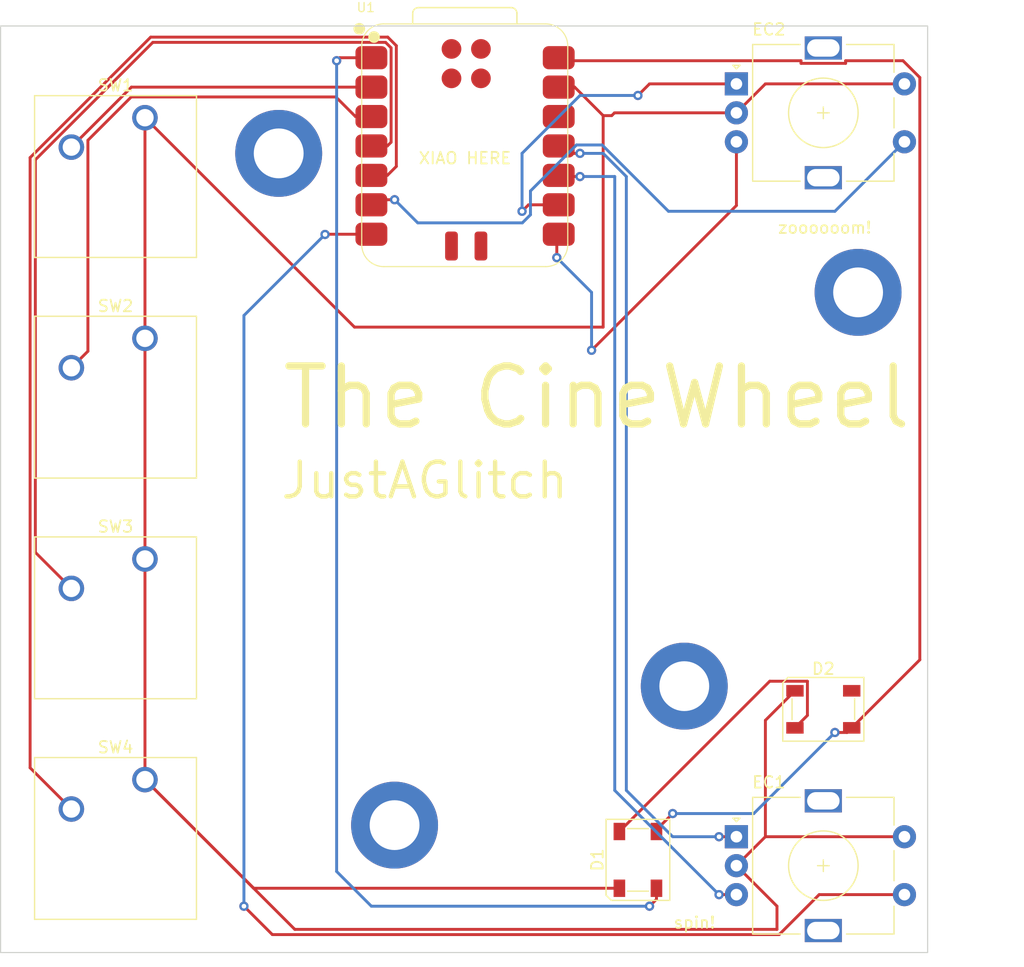
<source format=kicad_pcb>
(kicad_pcb (version 20241229) (generator "pcbnew") (generator_version "9.0")
  (layers (0 "F.Cu" signal) (2 "B.Cu" signal) (13 "F.Paste" user) (15 "B.Paste" user) (5 "F.SilkS" user "F.Silkscreen") (7 "B.SilkS" user "B.Silkscreen") (1 "F.Mask" user) (3 "B.Mask" user) (25 "Edge.Cuts" user))
  (net 0 "")
  (net 1 "GND")
  (net 2 "+5V")
  (net 3 "Net-(D1-DIN)")
  (net 4 "Net-(D1-DOUT)")
  (net 6 "Net-(U1-GPIO4{slash}MISO)")
  (net 7 "Net-(U1-GPIO0{slash}TX)")
  (net 8 "Net-(U1-GPIO3{slash}MOSI)")
  (net 9 "Net-(U1-GPIO2{slash}SCK)")
  (net 10 "Net-(U1-GPIO1{slash}RX)")
  (net 11 "Net-(U1-GPIO7{slash}SCL)")
  (net 12 "Net-(U1-GPIO6{slash}SDA)")
  (net 13 "Net-(U1-GPIO29{slash}ADC3{slash}A3)")
  (net 14 "Net-(U1-GPIO28{slash}ADC2{slash}A2)")
  (net 15 "Net-(U1-GPIO27{slash}ADC1{slash}A1)")
  (footprint "OPL:XIAO-RP2040-SMD" (layer "F.Cu") (at 80 90.36)
    (property "Reference" "U1" (at -9.335 -11.5 0) (layer "F.SilkS") (effects (font (size 0.78232 0.78232) (thickness 0.10668)) (justify left bottom)))
    (property "Value" "XIAO-RP2040-DIP")
    (fp_line (start -8.835 8.513) (end -8.835 -8.632) (stroke (width 0.1)) (layer "F.SilkS"))
    (fp_line (start -6.93 10.418) (end 7.04 10.418) (stroke (width 0.1)) (layer "F.SilkS"))
    (fp_line (start -4.44 -10.537) (end -4.436272 -11.447272) (stroke (width 0.127)) (layer "F.SilkS"))
    (fp_line (start -3.936272 -11.947) (end 4.059 -11.947) (stroke (width 0.127)) (layer "F.SilkS"))
    (fp_line (start 4.559 -11.447) (end 4.559 -10.537) (stroke (width 0.127)) (layer "F.SilkS"))
    (fp_line (start 7.04 -10.537) (end -6.93 -10.537) (stroke (width 0.1)) (layer "F.SilkS"))
    (fp_line (start 8.945 8.513) (end 8.945 -8.632) (stroke (width 0.1)) (layer "F.SilkS"))
    (fp_arc (start -8.835 -8.636) (mid -8.277038 -9.983038) (end -6.93 -10.541) (stroke (width 0.1)) (layer "F.SilkS"))
    (fp_arc (start -6.93 10.418) (mid -8.277038 9.860038) (end -8.835 8.513) (stroke (width 0.1)) (layer "F.SilkS"))
    (fp_arc (start -4.436272 -11.447272) (mid -4.289724 -11.800644) (end -3.936272 -11.947) (stroke (width 0.127)) (layer "F.SilkS"))
    (fp_arc (start 4.059 -11.947) (mid 4.412553 -11.800553) (end 4.559 -11.447) (stroke (width 0.127)) (layer "F.SilkS"))
    (fp_arc (start 7.04 -10.537) (mid 8.387038 -9.979038) (end 8.945 -8.632) (stroke (width 0.1)) (layer "F.SilkS"))
    (fp_arc (start 8.945 8.513) (mid 8.387038 9.860038) (end 7.04 10.418) (stroke (width 0.1)) (layer "F.SilkS"))
    (fp_circle (center -9.045 -10.121) (end -9.045 -10.375) (stroke (width 0.5)) (fill yes) (layer "F.SilkS"))
    (fp_circle (center -7.771 -9.404) (end -7.771 -9.658) (stroke (width 0.5)) (fill yes) (layer "F.SilkS"))
    (pad "1" smd roundrect (at -8 -7.62) (size 2.75 2) (layers "F.Cu" "F.Mask" "F.Paste") (net 3 "Net-(D1-DIN)"))
    (pad "2" smd roundrect (at -8 -5.08) (size 2.75 2) (layers "F.Cu" "F.Mask" "F.Paste") (net 15 "Net-(U1-GPIO27{slash}ADC1{slash}A1)"))
    (pad "3" smd roundrect (at -8 -2.54) (size 2.75 2) (layers "F.Cu" "F.Mask" "F.Paste") (net 14 "Net-(U1-GPIO28{slash}ADC2{slash}A2)"))
    (pad "4" smd roundrect (at -8 0) (size 2.75 2) (layers "F.Cu" "F.Mask" "F.Paste") (net 13 "Net-(U1-GPIO29{slash}ADC3{slash}A3)"))
    (pad "5" smd roundrect (at -8 2.54) (size 2.75 2) (layers "F.Cu" "F.Mask" "F.Paste") (net 12 "Net-(U1-GPIO6{slash}SDA)"))
    (pad "6" smd roundrect (at -8 5.08) (size 2.75 2) (layers "F.Cu" "F.Mask" "F.Paste") (net 11 "Net-(U1-GPIO7{slash}SCL)"))
    (pad "7" smd roundrect (at -8 7.62) (size 2.75 2) (layers "F.Cu" "F.Mask" "F.Paste") (net 7 "Net-(U1-GPIO0{slash}TX)"))
    (pad "8" smd roundrect (at 8.165 7.62) (size 2.75 2) (layers "F.Cu" "F.Mask" "F.Paste") (net 10 "Net-(U1-GPIO1{slash}RX)"))
    (pad "9" smd roundrect (at 8.165 5.08) (size 2.75 2) (layers "F.Cu" "F.Mask" "F.Paste") (net 9 "Net-(U1-GPIO2{slash}SCK)"))
    (pad "10" smd roundrect (at 8.165 2.54) (size 2.75 2) (layers "F.Cu" "F.Mask" "F.Paste") (net 6 "Net-(U1-GPIO4{slash}MISO)"))
    (pad "11" smd roundrect (at 8.165 0) (size 2.75 2) (layers "F.Cu" "F.Mask" "F.Paste") (net 8 "Net-(U1-GPIO3{slash}MOSI)"))
    (pad "12" smd roundrect (at 8.165 -2.54) (size 2.75 2) (layers "F.Cu" "F.Mask" "F.Paste"))
    (pad "13" smd roundrect (at 8.165 -5.08) (size 2.75 2) (layers "F.Cu" "F.Mask" "F.Paste") (net 1 "GND"))
    (pad "14" smd roundrect (at 8.165 -7.62) (size 2.75 2) (layers "F.Cu" "F.Mask" "F.Paste") (net 2 "+5V"))
    (pad "15" smd roundrect (at -1.088 8.64 270) (size 2.5 1.1) (layers "F.Cu" "F.Mask" "F.Paste"))
    (pad "16" smd roundrect (at 1.452 8.64 270) (size 2.5 1.1) (layers "F.Cu" "F.Mask" "F.Paste"))
    (pad "17" smd circle (at -1.088 -8.378) (size 1.7 1.7) (layers "F.Cu" "F.Mask" "F.Paste"))
    (pad "18" smd circle (at 1.452 -8.378) (size 1.7 1.7) (layers "F.Cu" "F.Mask" "F.Paste"))
    (pad "19" smd circle (at -1.088 -5.838) (size 1.7 1.7) (layers "F.Cu" "F.Mask" "F.Paste"))
    (pad "20" smd circle (at 1.452 -5.838) (size 1.7 1.7) (layers "F.Cu" "F.Mask" "F.Paste"))
  )
  (footprint "MountingHole:MountingHole_4.3mm_M4_DIN965_Pad" (layer "F.Cu") (at 114 103)
    (property "Reference" "REF**" (hide yes))
    (property "Value" "MountingHole_4.3mm_M4_DIN965_Pad")
    (pad "1" thru_hole circle (at 0 0) (size 7.5 7.5) (drill 4.3) (layers "*.Cu" "*.Mask"))
  )
  (footprint "Rotary_Encoder:RotaryEncoder_Alps_EC11E-Switch_Vertical_H20mm" (layer "F.Cu") (at 103.5 85)
    (property "Reference" "EC2" (at 2.8 -4.7 0) (layer "F.SilkS"))
    (property "Value" "RotaryEncoder_Switch")
    (fp_line (start -0.3 -1.6) (end 0.3 -1.6) (stroke (width 0.12)) (layer "F.SilkS"))
    (fp_line (start 0 -1.3) (end -0.3 -1.6) (stroke (width 0.12)) (layer "F.SilkS"))
    (fp_line (start 0.3 -1.6) (end 0 -1.3) (stroke (width 0.12)) (layer "F.SilkS"))
    (fp_line (start 1.4 -3.4) (end 1.4 8.4) (stroke (width 0.12)) (layer "F.SilkS"))
    (fp_line (start 5.5 -3.4) (end 1.4 -3.4) (stroke (width 0.12)) (layer "F.SilkS"))
    (fp_line (start 5.5 8.4) (end 1.4 8.4) (stroke (width 0.12)) (layer "F.SilkS"))
    (fp_line (start 7 2.5) (end 8 2.5) (stroke (width 0.12)) (layer "F.SilkS"))
    (fp_line (start 7.5 2) (end 7.5 3) (stroke (width 0.12)) (layer "F.SilkS"))
    (fp_line (start 9.5 -3.4) (end 13.6 -3.4) (stroke (width 0.12)) (layer "F.SilkS"))
    (fp_line (start 13.6 -3.4) (end 13.6 -1) (stroke (width 0.12)) (layer "F.SilkS"))
    (fp_line (start 13.6 1.2) (end 13.6 3.8) (stroke (width 0.12)) (layer "F.SilkS"))
    (fp_line (start 13.6 6) (end 13.6 8.4) (stroke (width 0.12)) (layer "F.SilkS"))
    (fp_line (start 13.6 8.4) (end 9.5 8.4) (stroke (width 0.12)) (layer "F.SilkS"))
    (fp_circle (center 7.5 2.5) (end 10.5 2.5) (stroke (width 0.12)) (fill no) (layer "F.SilkS"))
    (pad "A" thru_hole rect (at 0 0) (size 2 2) (drill 1) (layers "*.Cu" "*.Mask") (net 9 "Net-(U1-GPIO2{slash}SCK)"))
    (pad "B" thru_hole circle (at 0 5) (size 2 2) (drill 1) (layers "*.Cu" "*.Mask") (net 10 "Net-(U1-GPIO1{slash}RX)"))
    (pad "C" thru_hole circle (at 0 2.5) (size 2 2) (drill 1) (layers "*.Cu" "*.Mask") (net 1 "GND"))
    (pad "MP" thru_hole rect (at 7.5 -3.1) (size 3.2 2) (drill oval 2.8 1.5) (layers "*.Cu" "*.Mask"))
    (pad "MP" thru_hole rect (at 7.5 8.1) (size 3.2 2) (drill oval 2.8 1.5) (layers "*.Cu" "*.Mask"))
    (pad "S1" thru_hole circle (at 14.5 5) (size 2 2) (drill 1) (layers "*.Cu" "*.Mask") (net 11 "Net-(U1-GPIO7{slash}SCL)"))
    (pad "S2" thru_hole circle (at 14.5 0) (size 2 2) (drill 1) (layers "*.Cu" "*.Mask") (net 1 "GND"))
  )
  (footprint "Rotary_Encoder:RotaryEncoder_Alps_EC11E-Switch_Vertical_H20mm" (layer "F.Cu") (at 103.5 150)
    (property "Reference" "EC1" (at 2.8 -4.7 0) (layer "F.SilkS"))
    (property "Value" "RotaryEncoder_Switch")
    (fp_line (start -0.3 -1.6) (end 0.3 -1.6) (stroke (width 0.12)) (layer "F.SilkS"))
    (fp_line (start 0 -1.3) (end -0.3 -1.6) (stroke (width 0.12)) (layer "F.SilkS"))
    (fp_line (start 0.3 -1.6) (end 0 -1.3) (stroke (width 0.12)) (layer "F.SilkS"))
    (fp_line (start 1.4 -3.4) (end 1.4 8.4) (stroke (width 0.12)) (layer "F.SilkS"))
    (fp_line (start 5.5 -3.4) (end 1.4 -3.4) (stroke (width 0.12)) (layer "F.SilkS"))
    (fp_line (start 5.5 8.4) (end 1.4 8.4) (stroke (width 0.12)) (layer "F.SilkS"))
    (fp_line (start 7 2.5) (end 8 2.5) (stroke (width 0.12)) (layer "F.SilkS"))
    (fp_line (start 7.5 2) (end 7.5 3) (stroke (width 0.12)) (layer "F.SilkS"))
    (fp_line (start 9.5 -3.4) (end 13.6 -3.4) (stroke (width 0.12)) (layer "F.SilkS"))
    (fp_line (start 13.6 -3.4) (end 13.6 -1) (stroke (width 0.12)) (layer "F.SilkS"))
    (fp_line (start 13.6 1.2) (end 13.6 3.8) (stroke (width 0.12)) (layer "F.SilkS"))
    (fp_line (start 13.6 6) (end 13.6 8.4) (stroke (width 0.12)) (layer "F.SilkS"))
    (fp_line (start 13.6 8.4) (end 9.5 8.4) (stroke (width 0.12)) (layer "F.SilkS"))
    (fp_circle (center 7.5 2.5) (end 10.5 2.5) (stroke (width 0.12)) (fill no) (layer "F.SilkS"))
    (pad "A" thru_hole rect (at 0 0) (size 2 2) (drill 1) (layers "*.Cu" "*.Mask") (net 8 "Net-(U1-GPIO3{slash}MOSI)"))
    (pad "B" thru_hole circle (at 0 5) (size 2 2) (drill 1) (layers "*.Cu" "*.Mask") (net 6 "Net-(U1-GPIO4{slash}MISO)"))
    (pad "C" thru_hole circle (at 0 2.5) (size 2 2) (drill 1) (layers "*.Cu" "*.Mask") (net 1 "GND"))
    (pad "MP" thru_hole rect (at 7.5 -3.1) (size 3.2 2) (drill oval 2.8 1.5) (layers "*.Cu" "*.Mask"))
    (pad "MP" thru_hole rect (at 7.5 8.1) (size 3.2 2) (drill oval 2.8 1.5) (layers "*.Cu" "*.Mask"))
    (pad "S1" thru_hole circle (at 14.5 5) (size 2 2) (drill 1) (layers "*.Cu" "*.Mask") (net 7 "Net-(U1-GPIO0{slash}TX)"))
    (pad "S2" thru_hole circle (at 14.5 0) (size 2 2) (drill 1) (layers "*.Cu" "*.Mask") (net 1 "GND"))
  )
  (footprint "LED_SMD:LED_SK6812_PLCC4_5.0x5.0mm_P3.2mm" (layer "F.Cu") (at 95 152 90)
    (property "Reference" "D1" (at 0 -3.5 90) (layer "F.SilkS"))
    (property "Value" "SK6812")
    (fp_line (start 3.5 -2.75) (end -3.05 -2.75) (stroke (width 0.12)) (layer "F.SilkS"))
    (fp_line (start -3.05 -2.75) (end -3.5 -2.3) (stroke (width 0.12)) (layer "F.SilkS"))
    (fp_line (start -3.5 -2.3) (end -3.5 2.75) (stroke (width 0.12)) (layer "F.SilkS"))
    (fp_line (start 2.7 -0.9) (end 2.7 0.9) (stroke (width 0.12)) (layer "F.SilkS"))
    (fp_line (start -2.7 -0.9) (end -2.7 0.9) (stroke (width 0.12)) (layer "F.SilkS"))
    (fp_line (start 3.5 2.75) (end 3.5 -2.75) (stroke (width 0.12)) (layer "F.SilkS"))
    (fp_line (start 3.5 2.75) (end -3.5 2.75) (stroke (width 0.12)) (layer "F.SilkS"))
    (pad "1" smd rect (at -2.45 -1.6 270) (size 1.5 1) (layers "F.Cu" "F.Mask" "F.Paste") (net 1 "GND"))
    (pad "2" smd rect (at -2.45 1.6 270) (size 1.5 1) (layers "F.Cu" "F.Mask" "F.Paste") (net 3 "Net-(D1-DIN)"))
    (pad "3" smd rect (at 2.45 1.6 270) (size 1.5 1) (layers "F.Cu" "F.Mask" "F.Paste") (net 2 "+5V"))
    (pad "4" smd rect (at 2.45 -1.6 270) (size 1.5 1) (layers "F.Cu" "F.Mask" "F.Paste") (net 4 "Net-(D1-DOUT)"))
  )
  (footprint "Button_Switch_Keyboard:SW_Cherry_MX_1.00u_PCB" (layer "F.Cu") (at 52.46 145.07)
    (property "Reference" "SW4" (at -2.54 -2.794 0) (layer "F.SilkS"))
    (property "Value" "SW_Push")
    (fp_line (start -9.525 -1.905) (end 4.445 -1.905) (stroke (width 0.12)) (layer "F.SilkS"))
    (fp_line (start -9.525 12.065) (end -9.525 -1.905) (stroke (width 0.12)) (layer "F.SilkS"))
    (fp_line (start 4.445 -1.905) (end 4.445 12.065) (stroke (width 0.12)) (layer "F.SilkS"))
    (fp_line (start 4.445 12.065) (end -9.525 12.065) (stroke (width 0.12)) (layer "F.SilkS"))
    (pad "" np_thru_hole circle (at -7.62 5.08) (size 1.7 1.7) (drill 1.7) (layers "*.Cu" "*.Mask"))
    (pad "" np_thru_hole circle (at -2.54 5.08) (size 4 4) (drill 4) (layers "*.Cu" "*.Mask"))
    (pad "" np_thru_hole circle (at 2.54 5.08) (size 1.7 1.7) (drill 1.7) (layers "*.Cu" "*.Mask"))
    (pad "1" thru_hole circle (at 0 0) (size 2.2 2.2) (drill 1.5) (layers "*.Cu" "*.Mask") (net 1 "GND"))
    (pad "2" thru_hole circle (at -6.35 2.54) (size 2.2 2.2) (drill 1.5) (layers "*.Cu" "*.Mask") (net 12 "Net-(U1-GPIO6{slash}SDA)"))
  )
  (footprint "MountingHole:MountingHole_4.3mm_M4_DIN965_Pad" (layer "F.Cu") (at 64 91)
    (property "Reference" "REF**" (hide yes))
    (property "Value" "MountingHole_4.3mm_M4_DIN965_Pad")
    (pad "1" thru_hole circle (at 0 0) (size 7.5 7.5) (drill 4.3) (layers "*.Cu" "*.Mask"))
  )
  (footprint "MountingHole:MountingHole_4.3mm_M4_DIN965_Pad" (layer "F.Cu") (at 74 149)
    (property "Reference" "REF**" (hide yes))
    (property "Value" "MountingHole_4.3mm_M4_DIN965_Pad")
    (pad "1" thru_hole circle (at 0 0) (size 7.5 7.5) (drill 4.3) (layers "*.Cu" "*.Mask"))
  )
  (footprint "Button_Switch_Keyboard:SW_Cherry_MX_1.00u_PCB" (layer "F.Cu") (at 52.46 126.02)
    (property "Reference" "SW3" (at -2.54 -2.794 0) (layer "F.SilkS"))
    (property "Value" "SW_Push")
    (fp_line (start -9.525 -1.905) (end 4.445 -1.905) (stroke (width 0.12)) (layer "F.SilkS"))
    (fp_line (start -9.525 12.065) (end -9.525 -1.905) (stroke (width 0.12)) (layer "F.SilkS"))
    (fp_line (start 4.445 -1.905) (end 4.445 12.065) (stroke (width 0.12)) (layer "F.SilkS"))
    (fp_line (start 4.445 12.065) (end -9.525 12.065) (stroke (width 0.12)) (layer "F.SilkS"))
    (pad "" np_thru_hole circle (at -7.62 5.08) (size 1.7 1.7) (drill 1.7) (layers "*.Cu" "*.Mask"))
    (pad "" np_thru_hole circle (at -2.54 5.08) (size 4 4) (drill 4) (layers "*.Cu" "*.Mask"))
    (pad "" np_thru_hole circle (at 2.54 5.08) (size 1.7 1.7) (drill 1.7) (layers "*.Cu" "*.Mask"))
    (pad "1" thru_hole circle (at 0 0) (size 2.2 2.2) (drill 1.5) (layers "*.Cu" "*.Mask") (net 1 "GND"))
    (pad "2" thru_hole circle (at -6.35 2.54) (size 2.2 2.2) (drill 1.5) (layers "*.Cu" "*.Mask") (net 13 "Net-(U1-GPIO29{slash}ADC3{slash}A3)"))
  )
  (footprint "MountingHole:MountingHole_4.3mm_M4_DIN965_Pad" (layer "F.Cu") (at 99 137)
    (property "Reference" "REF**" (hide yes))
    (property "Value" "MountingHole_4.3mm_M4_DIN965_Pad")
    (pad "1" thru_hole circle (at 0 0) (size 7.5 7.5) (drill 4.3) (layers "*.Cu" "*.Mask"))
  )
  (footprint "Button_Switch_Keyboard:SW_Cherry_MX_1.00u_PCB" (layer "F.Cu") (at 52.46 106.97)
    (property "Reference" "SW2" (at -2.54 -2.794 0) (layer "F.SilkS"))
    (property "Value" "SW_Push")
    (fp_line (start -9.525 -1.905) (end 4.445 -1.905) (stroke (width 0.12)) (layer "F.SilkS"))
    (fp_line (start -9.525 12.065) (end -9.525 -1.905) (stroke (width 0.12)) (layer "F.SilkS"))
    (fp_line (start 4.445 -1.905) (end 4.445 12.065) (stroke (width 0.12)) (layer "F.SilkS"))
    (fp_line (start 4.445 12.065) (end -9.525 12.065) (stroke (width 0.12)) (layer "F.SilkS"))
    (pad "" np_thru_hole circle (at -7.62 5.08) (size 1.7 1.7) (drill 1.7) (layers "*.Cu" "*.Mask"))
    (pad "" np_thru_hole circle (at -2.54 5.08) (size 4 4) (drill 4) (layers "*.Cu" "*.Mask"))
    (pad "" np_thru_hole circle (at 2.54 5.08) (size 1.7 1.7) (drill 1.7) (layers "*.Cu" "*.Mask"))
    (pad "1" thru_hole circle (at 0 0) (size 2.2 2.2) (drill 1.5) (layers "*.Cu" "*.Mask") (net 1 "GND"))
    (pad "2" thru_hole circle (at -6.35 2.54) (size 2.2 2.2) (drill 1.5) (layers "*.Cu" "*.Mask") (net 14 "Net-(U1-GPIO28{slash}ADC2{slash}A2)"))
  )
  (footprint "LED_SMD:LED_SK6812_PLCC4_5.0x5.0mm_P3.2mm" (layer "F.Cu") (at 111 139)
    (property "Reference" "D2" (at 0 -3.5 0) (layer "F.SilkS"))
    (property "Value" "SK6812")
    (fp_line (start -3.5 -2.3) (end -3.5 2.75) (stroke (width 0.12)) (layer "F.SilkS"))
    (fp_line (start -3.05 -2.75) (end -3.5 -2.3) (stroke (width 0.12)) (layer "F.SilkS"))
    (fp_line (start -2.7 -0.9) (end -2.7 0.9) (stroke (width 0.12)) (layer "F.SilkS"))
    (fp_line (start 2.7 -0.9) (end 2.7 0.9) (stroke (width 0.12)) (layer "F.SilkS"))
    (fp_line (start 3.5 -2.75) (end -3.05 -2.75) (stroke (width 0.12)) (layer "F.SilkS"))
    (fp_line (start 3.5 2.75) (end -3.5 2.75) (stroke (width 0.12)) (layer "F.SilkS"))
    (fp_line (start 3.5 2.75) (end 3.5 -2.75) (stroke (width 0.12)) (layer "F.SilkS"))
    (pad "1" smd rect (at -2.45 -1.6 180) (size 1.5 1) (layers "F.Cu" "F.Mask" "F.Paste") (net 1 "GND"))
    (pad "2" smd rect (at -2.45 1.6 180) (size 1.5 1) (layers "F.Cu" "F.Mask" "F.Paste") (net 4 "Net-(D1-DOUT)"))
    (pad "3" smd rect (at 2.45 1.6 180) (size 1.5 1) (layers "F.Cu" "F.Mask" "F.Paste") (net 2 "+5V"))
    (pad "4" smd rect (at 2.45 -1.6 180) (size 1.5 1) (layers "F.Cu" "F.Mask" "F.Paste"))
  )
  (footprint "Button_Switch_Keyboard:SW_Cherry_MX_1.00u_PCB" (layer "F.Cu") (at 52.46 87.92)
    (property "Reference" "SW1" (at -2.54 -2.794 0) (layer "F.SilkS"))
    (property "Value" "SW_Push")
    (fp_line (start -9.525 -1.905) (end 4.445 -1.905) (stroke (width 0.12)) (layer "F.SilkS"))
    (fp_line (start -9.525 12.065) (end -9.525 -1.905) (stroke (width 0.12)) (layer "F.SilkS"))
    (fp_line (start 4.445 -1.905) (end 4.445 12.065) (stroke (width 0.12)) (layer "F.SilkS"))
    (fp_line (start 4.445 12.065) (end -9.525 12.065) (stroke (width 0.12)) (layer "F.SilkS"))
    (pad "" np_thru_hole circle (at -7.62 5.08) (size 1.7 1.7) (drill 1.7) (layers "*.Cu" "*.Mask"))
    (pad "" np_thru_hole circle (at -2.54 5.08) (size 4 4) (drill 4) (layers "*.Cu" "*.Mask"))
    (pad "" np_thru_hole circle (at 2.54 5.08) (size 1.7 1.7) (drill 1.7) (layers "*.Cu" "*.Mask"))
    (pad "1" thru_hole circle (at 0 0) (size 2.2 2.2) (drill 1.5) (layers "*.Cu" "*.Mask") (net 1 "GND"))
    (pad "2" thru_hole circle (at -6.35 2.54) (size 2.2 2.2) (drill 1.5) (layers "*.Cu" "*.Mask") (net 15 "Net-(U1-GPIO27{slash}ADC1{slash}A1)"))
  )
  (gr_rect (start 40 80) (end 120 160) (stroke (width 0.1)) (fill no) (layer "Edge.Cuts"))
  (gr_text "The CineWheel" (at 64 115 0) (layer "F.SilkS") (effects (font (size 5 5) (thickness 0.625)) (justify left bottom)))
  (gr_text "zoooooom!" (at 107 98 0) (layer "F.SilkS") (effects (font (size 1 1)) (justify left bottom)))
  (gr_text "XIAO HERE" (at 76 92 0) (layer "F.SilkS") (effects (font (size 1 1)) (justify left bottom)))
  (gr_text "JustAGlitch" (at 64 121 0) (layer "F.SilkS") (effects (font (size 3 3) (thickness 0.375)) (justify left bottom)))
  (gr_text "spin!" (at 98 158 0) (layer "F.SilkS") (effects (font (size 1 1)) (justify left bottom)))
  (segment (start 89.54 85.28) (end 88.165 85.28) (width 0.25) (layer "F.Cu") (net 1))
  (segment (start 52.46 145.07) (end 61.84 154.45) (width 0.25) (layer "F.Cu") (net 1))
  (segment (start 61.84 154.45) (end 93.4 154.45) (width 0.25) (layer "F.Cu") (net 1))
  (segment (start 103.5 87.5) (end 106 85) (width 0.25) (layer "F.Cu") (net 1))
  (segment (start 106 85) (end 118 85) (width 0.25) (layer "F.Cu") (net 1))
  (segment (start 92.98 87.5) (end 103.5 87.5) (width 0.25) (layer "F.Cu") (net 1))
  (segment (start 92 87.74) (end 92.74 87.74) (width 0.25) (layer "F.Cu") (net 1))
  (segment (start 107 158) (end 107 156) (width 0.25) (layer "F.Cu") (net 1))
  (segment (start 106 150) (end 118 150) (width 0.25) (layer "F.Cu") (net 1))
  (segment (start 92 87.74) (end 89.54 85.28) (width 0.25) (layer "F.Cu") (net 1))
  (segment (start 52.46 87.92) (end 52.46 106.97) (width 0.25) (layer "F.Cu") (net 1))
  (segment (start 52.46 87.92) (end 70.54 106) (width 0.25) (layer "F.Cu") (net 1))
  (segment (start 106 150) (end 106 139.95) (width 0.25) (layer "F.Cu") (net 1))
  (segment (start 92.74 87.74) (end 92.98 87.5) (width 0.25) (layer "F.Cu") (net 1))
  (segment (start 52.46 145.07) (end 65.39 158) (width 0.25) (layer "F.Cu") (net 1))
  (segment (start 106 139.95) (end 108.55 137.4) (width 0.25) (layer "F.Cu") (net 1))
  (segment (start 107 156) (end 103.5 152.5) (width 0.25) (layer "F.Cu") (net 1))
  (segment (start 103.5 152.5) (end 106 150) (width 0.25) (layer "F.Cu") (net 1))
  (segment (start 52.46 106.97) (end 52.46 126.02) (width 0.25) (layer "F.Cu") (net 1))
  (segment (start 52.46 126.02) (end 52.46 145.07) (width 0.25) (layer "F.Cu") (net 1))
  (segment (start 92 106) (end 92 87.74) (width 0.25) (layer "F.Cu") (net 1))
  (segment (start 65.39 158) (end 107 158) (width 0.25) (layer "F.Cu") (net 1))
  (segment (start 70.54 106) (end 92 106) (width 0.25) (layer "F.Cu") (net 1))
  (segment (start 112.926 83.226) (end 109.074 83.226) (width 0.25) (layer "F.Cu") (net 2))
  (segment (start 112.926 83) (end 112.926 83.226) (width 0.25) (layer "F.Cu") (net 2))
  (segment (start 96.6 149.55) (end 96.6 149.4) (width 0.25) (layer "F.Cu") (net 2))
  (segment (start 96.6 149.4) (end 98 148) (width 0.25) (layer "F.Cu") (net 2))
  (segment (start 88.425 83) (end 88.165 82.74) (width 0.25) (layer "F.Cu") (net 2))
  (segment (start 117.875248 83) (end 112.926 83) (width 0.25) (layer "F.Cu") (net 2))
  (segment (start 113.05 141) (end 113.45 140.6) (width 0.25) (layer "F.Cu") (net 2))
  (segment (start 109.074 83) (end 88.425 83) (width 0.25) (layer "F.Cu") (net 2))
  (segment (start 119.326 134.724) (end 119.326 84.450752) (width 0.25) (layer "F.Cu") (net 2))
  (segment (start 113.45 140.6) (end 119.326 134.724) (width 0.25) (layer "F.Cu") (net 2))
  (segment (start 109.074 83.226) (end 109.074 83) (width 0.25) (layer "F.Cu") (net 2))
  (segment (start 119.326 84.450752) (end 117.875248 83) (width 0.25) (layer "F.Cu") (net 2))
  (segment (start 112 141) (end 113.05 141) (width 0.25) (layer "F.Cu") (net 2))
  (via (at 98 148) (size 0.8) (drill 0.4) (layers "F.Cu" "B.Cu") (net 2))
  (via (at 112 141) (size 0.8) (drill 0.4) (layers "F.Cu" "B.Cu") (net 2))
  (segment (start 98 148) (end 105 148) (width 0.25) (layer "B.Cu") (net 2))
  (segment (start 105 148) (end 112 141) (width 0.25) (layer "B.Cu") (net 2))
  (segment (start 69.26 82.74) (end 69 83) (width 0.25) (layer "F.Cu") (net 3))
  (segment (start 96.6 154.45) (end 96.6 155.4) (width 0.25) (layer "F.Cu") (net 3))
  (segment (start 96.6 155.4) (end 96 156) (width 0.25) (layer "F.Cu") (net 3))
  (segment (start 72 82.74) (end 69.26 82.74) (width 0.25) (layer "F.Cu") (net 3))
  (via (at 96 156) (size 0.8) (drill 0.4) (layers "F.Cu" "B.Cu") (net 3))
  (via (at 69 83) (size 0.8) (drill 0.4) (layers "F.Cu" "B.Cu") (net 3))
  (segment (start 69 83) (end 69 153) (width 0.25) (layer "B.Cu") (net 3))
  (segment (start 69 153) (end 72 156) (width 0.25) (layer "B.Cu") (net 3))
  (segment (start 72 156) (end 96 156) (width 0.25) (layer "B.Cu") (net 3))
  (segment (start 109.626 139.524) (end 108.55 140.6) (width 0.25) (layer "F.Cu") (net 4))
  (segment (start 106.376 136.574) (end 109.626 136.574) (width 0.25) (layer "F.Cu") (net 4))
  (segment (start 109.626 136.574) (end 109.626 139.524) (width 0.25) (layer "F.Cu") (net 4))
  (segment (start 93.4 149.55) (end 106.376 136.574) (width 0.25) (layer "F.Cu") (net 4))
  (segment (start 103.5 155) (end 102 155) (width 0.25) (layer "F.Cu") (net 6))
  (segment (start 90 93) (end 88.265 93) (width 0.25) (layer "F.Cu") (net 6))
  (segment (start 88.265 93) (end 88.165 92.9) (width 0.25) (layer "F.Cu") (net 6))
  (via (at 90 93) (size 0.8) (drill 0.4) (layers "F.Cu" "B.Cu") (net 6))
  (via (at 102 155) (size 0.8) (drill 0.4) (layers "F.Cu" "B.Cu") (net 6))
  (segment (start 102 155) (end 93 146) (width 0.25) (layer "B.Cu") (net 6))
  (segment (start 93 146) (end 93 93) (width 0.25) (layer "B.Cu") (net 6))
  (segment (start 93 93) (end 90 93) (width 0.25) (layer "B.Cu") (net 6))
  (segment (start 68 98) (end 68.02 97.98) (width 0.25) (layer "F.Cu") (net 7))
  (segment (start 63.451 158.451) (end 61 156) (width 0.25) (layer "F.Cu") (net 7))
  (segment (start 118 155) (end 110.63781 155) (width 0.25) (layer "F.Cu") (net 7))
  (segment (start 107.18681 158.451) (end 63.451 158.451) (width 0.25) (layer "F.Cu") (net 7))
  (segment (start 68.02 97.98) (end 72 97.98) (width 0.25) (layer "F.Cu") (net 7))
  (segment (start 110.63781 155) (end 107.18681 158.451) (width 0.25) (layer "F.Cu") (net 7))
  (via (at 68 98) (size 0.8) (drill 0.4) (layers "F.Cu" "B.Cu") (net 7))
  (via (at 61 156) (size 0.8) (drill 0.4) (layers "F.Cu" "B.Cu") (net 7))
  (segment (start 61 156) (end 61 105) (width 0.25) (layer "B.Cu") (net 7))
  (segment (start 61 105) (end 68 98) (width 0.25) (layer "B.Cu") (net 7))
  (segment (start 103.5 150) (end 102 150) (width 0.25) (layer "F.Cu") (net 8))
  (segment (start 88.805 91) (end 88.165 90.36) (width 0.25) (layer "F.Cu") (net 8))
  (segment (start 90 91) (end 88.805 91) (width 0.25) (layer "F.Cu") (net 8))
  (via (at 102 150) (size 0.8) (drill 0.4) (layers "F.Cu" "B.Cu") (net 8))
  (via (at 90 91) (size 0.8) (drill 0.4) (layers "F.Cu" "B.Cu") (net 8))
  (segment (start 94 146) (end 94 93) (width 0.25) (layer "B.Cu") (net 8))
  (segment (start 94 93) (end 92 91) (width 0.25) (layer "B.Cu") (net 8))
  (segment (start 92 91) (end 90 91) (width 0.25) (layer "B.Cu") (net 8))
  (segment (start 98 150) (end 94 146) (width 0.25) (layer "B.Cu") (net 8))
  (segment (start 102 150) (end 98 150) (width 0.25) (layer "B.Cu") (net 8))
  (segment (start 85 96) (end 85.56 95.44) (width 0.25) (layer "F.Cu") (net 9))
  (segment (start 96 85) (end 95 86) (width 0.25) (layer "F.Cu") (net 9))
  (segment (start 85.56 95.44) (end 88.165 95.44) (width 0.25) (layer "F.Cu") (net 9))
  (segment (start 103.5 85) (end 96 85) (width 0.25) (layer "F.Cu") (net 9))
  (via (at 95 86) (size 0.8) (drill 0.4) (layers "F.Cu" "B.Cu") (net 9))
  (via (at 85 96) (size 0.8) (drill 0.4) (layers "F.Cu" "B.Cu") (net 9))
  (segment (start 85 91) (end 85 96) (width 0.25) (layer "B.Cu") (net 9))
  (segment (start 90 86) (end 85 91) (width 0.25) (layer "B.Cu") (net 9))
  (segment (start 95 86) (end 90 86) (width 0.25) (layer "B.Cu") (net 9))
  (segment (start 103.5 90) (end 103.5 95.5) (width 0.25) (layer "F.Cu") (net 10))
  (segment (start 103.5 95.5) (end 91 108) (width 0.25) (layer "F.Cu") (net 10))
  (segment (start 88 98.145) (end 88.165 97.98) (width 0.25) (layer "F.Cu") (net 10))
  (segment (start 88 100) (end 88 98.145) (width 0.25) (layer "F.Cu") (net 10))
  (via (at 91 108) (size 0.8) (drill 0.4) (layers "F.Cu" "B.Cu") (net 10))
  (via (at 88 100) (size 0.8) (drill 0.4) (layers "F.Cu" "B.Cu") (net 10))
  (segment (start 91 108) (end 91 103) (width 0.25) (layer "B.Cu") (net 10))
  (segment (start 91 103) (end 88 100) (width 0.25) (layer "B.Cu") (net 10))
  (segment (start 74 95) (end 72.44 95) (width 0.25) (layer "F.Cu") (net 11))
  (segment (start 72.44 95) (end 72 95.44) (width 0.25) (layer "F.Cu") (net 11))
  (via (at 74 95) (size 0.8) (drill 0.4) (layers "F.Cu" "B.Cu") (net 11))
  (segment (start 85.02672 97) (end 76 97) (width 0.25) (layer "B.Cu") (net 11))
  (segment (start 118 90) (end 112 96) (width 0.25) (layer "B.Cu") (net 11))
  (segment (start 89.69928 90.274) (end 85.726 94.24728) (width 0.25) (layer "B.Cu") (net 11))
  (segment (start 85.726 94.24728) (end 85.726 96.30072) (width 0.25) (layer "B.Cu") (net 11))
  (segment (start 91.91181 90.274) (end 89.69928 90.274) (width 0.25) (layer "B.Cu") (net 11))
  (segment (start 97.63781 96) (end 91.91181 90.274) (width 0.25) (layer "B.Cu") (net 11))
  (segment (start 76 97) (end 74 95) (width 0.25) (layer "B.Cu") (net 11))
  (segment (start 112 96) (end 97.63781 96) (width 0.25) (layer "B.Cu") (net 11))
  (segment (start 85.726 96.30072) (end 85.02672 97) (width 0.25) (layer "B.Cu") (net 11))
  (segment (start 46.11 147.61) (end 42.549 144.049) (width 0.25) (layer "F.Cu") (net 12))
  (segment (start 52.952521 80.963) (end 73.411222 80.963) (width 0.25) (layer "F.Cu") (net 12))
  (segment (start 42.549 144.049) (end 42.549 91.366521) (width 0.25) (layer "F.Cu") (net 12))
  (segment (start 42.549 91.366521) (end 52.952521 80.963) (width 0.25) (layer "F.Cu") (net 12))
  (segment (start 73.411222 80.963) (end 74.152 81.703778) (width 0.25) (layer "F.Cu") (net 12))
  (segment (start 74.152 81.703778) (end 74.152 92.123) (width 0.25) (layer "F.Cu") (net 12))
  (segment (start 74.152 92.123) (end 73.375 92.9) (width 0.25) (layer "F.Cu") (net 12))
  (segment (start 73.375 92.9) (end 72 92.9) (width 0.25) (layer "F.Cu") (net 12))
  (segment (start 43 125.45) (end 43 91.553331) (width 0.25) (layer "F.Cu") (net 13))
  (segment (start 43 91.553331) (end 53.139331 81.414) (width 0.25) (layer "F.Cu") (net 13))
  (segment (start 73.375 90.36) (end 72 90.36) (width 0.25) (layer "F.Cu") (net 13))
  (segment (start 73.701 81.890588) (end 73.701 90.034) (width 0.25) (layer "F.Cu") (net 13))
  (segment (start 73.224412 81.414) (end 73.701 81.890588) (width 0.25) (layer "F.Cu") (net 13))
  (segment (start 73.701 90.034) (end 73.375 90.36) (width 0.25) (layer "F.Cu") (net 13))
  (segment (start 46.11 128.56) (end 43 125.45) (width 0.25) (layer "F.Cu") (net 13))
  (segment (start 53.139331 81.414) (end 73.224412 81.414) (width 0.25) (layer "F.Cu") (net 13))
  (segment (start 51.275919 86.129412) (end 68.934412 86.129412) (width 0.25) (layer "F.Cu") (net 14))
  (segment (start 46.11 109.51) (end 47.536 108.084) (width 0.25) (layer "F.Cu") (net 14))
  (segment (start 47.536 89.869331) (end 51.275919 86.129412) (width 0.25) (layer "F.Cu") (net 14))
  (segment (start 47.536 108.084) (end 47.536 89.869331) (width 0.25) (layer "F.Cu") (net 14))
  (segment (start 68.934412 86.129412) (end 70.625 87.82) (width 0.25) (layer "F.Cu") (net 14))
  (segment (start 70.625 87.82) (end 72 87.82) (width 0.25) (layer "F.Cu") (net 14))
  (segment (start 51.29 85.28) (end 72 85.28) (width 0.25) (layer "F.Cu") (net 15))
  (segment (start 46.11 90.46) (end 51.29 85.28) (width 0.25) (layer "F.Cu") (net 15))
)
</source>
